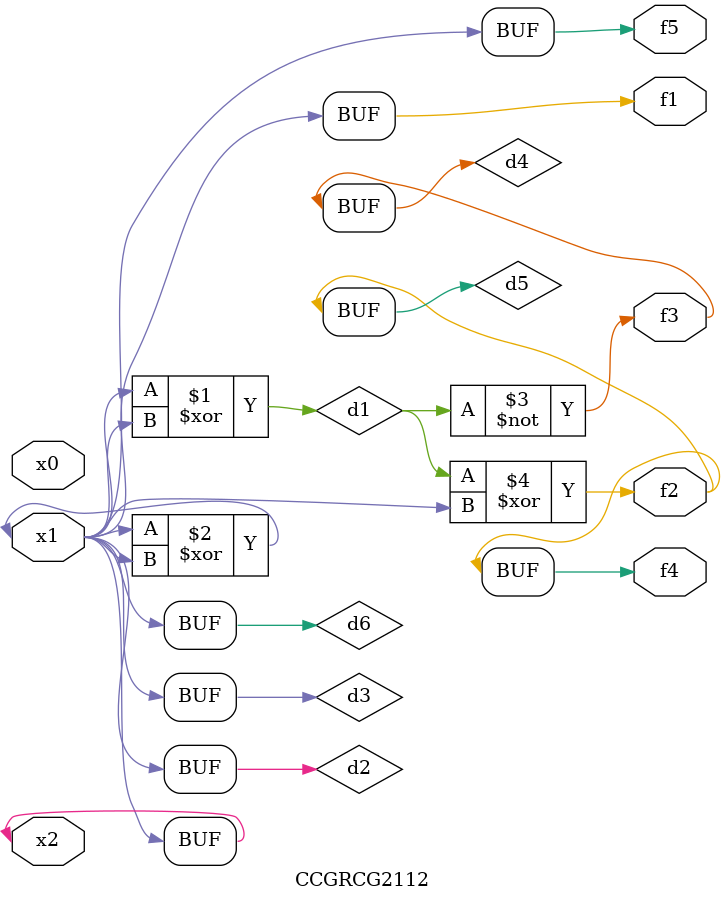
<source format=v>
module CCGRCG2112(
	input x0, x1, x2,
	output f1, f2, f3, f4, f5
);

	wire d1, d2, d3, d4, d5, d6;

	xor (d1, x1, x2);
	buf (d2, x1, x2);
	xor (d3, x1, x2);
	nor (d4, d1);
	xor (d5, d1, d2);
	buf (d6, d2, d3);
	assign f1 = d6;
	assign f2 = d5;
	assign f3 = d4;
	assign f4 = d5;
	assign f5 = d6;
endmodule

</source>
